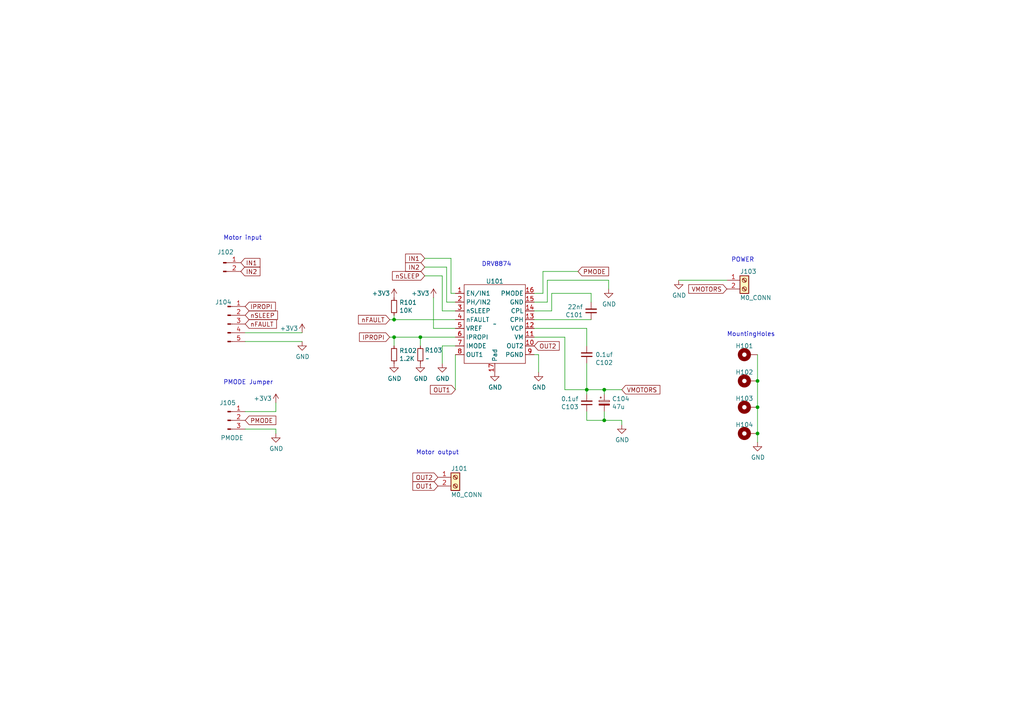
<source format=kicad_sch>
(kicad_sch (version 20230121) (generator eeschema)
  (paper "A4")
  (lib_symbols
    (symbol "Connector:Conn_01x02_Pin" (pin_names (offset 1.016) hide)
      (property "Reference" "J" (at 0 2.54 0))
      (property "Value" "Conn_01x02_Pin" (at 0 -5.08 0))
      (symbol "Conn_01x02_Pin_1_1"
        (polyline (pts (xy 1.27 -2.54) (xy 0.8636 -2.54)) (stroke (width 0.1524)))
        (polyline (pts (xy 1.27 0) (xy 0.8636 0)) (stroke (width 0.1524)))
        (rectangle (start 0.8636 -2.413) (end 0 -2.667) (stroke (width 0.1524)) (fill (type outline)))
        (rectangle (start 0.8636 0.127) (end 0 -0.127) (stroke (width 0.1524)) (fill (type outline)))
        (pin passive line (at 5.08 0 180) (length 3.81) (name "Pin_1") (number "1"))
        (pin passive line (at 5.08 -2.54 180) (length 3.81) (name "Pin_2") (number "2"))
      )
    )
    (symbol "Connector:Conn_01x03_Pin" (pin_names (offset 1.016) hide)
      (property "Reference" "J" (at 0 5.08 0))
      (property "Value" "Conn_01x03_Pin" (at 0 -5.08 0))
      (symbol "Conn_01x03_Pin_1_1"
        (polyline (pts (xy 1.27 -2.54) (xy 0.8636 -2.54)) (stroke (width 0.1524)))
        (polyline (pts (xy 1.27 0) (xy 0.8636 0)) (stroke (width 0.1524)))
        (polyline (pts (xy 1.27 2.54) (xy 0.8636 2.54)) (stroke (width 0.1524)))
        (rectangle (start 0.8636 -2.413) (end 0 -2.667) (stroke (width 0.1524)) (fill (type outline)))
        (rectangle (start 0.8636 0.127) (end 0 -0.127) (stroke (width 0.1524)) (fill (type outline)))
        (rectangle (start 0.8636 2.667) (end 0 2.413) (stroke (width 0.1524)) (fill (type outline)))
        (pin passive line (at 5.08 2.54 180) (length 3.81) (name "Pin_1") (number "1"))
        (pin passive line (at 5.08 0 180) (length 3.81) (name "Pin_2") (number "2"))
        (pin passive line (at 5.08 -2.54 180) (length 3.81) (name "Pin_3") (number "3"))
      )
    )
    (symbol "Connector:Conn_01x05_Pin" (pin_names (offset 1.016) hide)
      (property "Reference" "J" (at 0 7.62 0))
      (property "Value" "Conn_01x05_Pin" (at 0 -7.62 0))
      (symbol "Conn_01x05_Pin_1_1"
        (polyline (pts (xy 1.27 -5.08) (xy 0.8636 -5.08)) (stroke (width 0.1524)))
        (polyline (pts (xy 1.27 -2.54) (xy 0.8636 -2.54)) (stroke (width 0.1524)))
        (polyline (pts (xy 1.27 0) (xy 0.8636 0)) (stroke (width 0.1524)))
        (polyline (pts (xy 1.27 2.54) (xy 0.8636 2.54)) (stroke (width 0.1524)))
        (polyline (pts (xy 1.27 5.08) (xy 0.8636 5.08)) (stroke (width 0.1524)))
        (rectangle (start 0.8636 -4.953) (end 0 -5.207) (stroke (width 0.1524)) (fill (type outline)))
        (rectangle (start 0.8636 -2.413) (end 0 -2.667) (stroke (width 0.1524)) (fill (type outline)))
        (rectangle (start 0.8636 0.127) (end 0 -0.127) (stroke (width 0.1524)) (fill (type outline)))
        (rectangle (start 0.8636 2.667) (end 0 2.413) (stroke (width 0.1524)) (fill (type outline)))
        (rectangle (start 0.8636 5.207) (end 0 4.953) (stroke (width 0.1524)) (fill (type outline)))
        (pin passive line (at 5.08 5.08 180) (length 3.81) (name "Pin_1") (number "1"))
        (pin passive line (at 5.08 2.54 180) (length 3.81) (name "Pin_2") (number "2"))
        (pin passive line (at 5.08 0 180) (length 3.81) (name "Pin_3") (number "3"))
        (pin passive line (at 5.08 -2.54 180) (length 3.81) (name "Pin_4") (number "4"))
        (pin passive line (at 5.08 -5.08 180) (length 3.81) (name "Pin_5") (number "5"))
      )
    )
    (symbol "Connector:Screw_Terminal_01x02" (pin_names (offset 1.016) hide)
      (property "Reference" "J" (at 0 2.54 0))
      (property "Value" "Screw_Terminal_01x02" (at 0 -5.08 0))
      (symbol "Screw_Terminal_01x02_1_1"
        (rectangle (start -1.27 1.27) (end 1.27 -3.81) (stroke (width 0.254)) (fill (type background)))
        (circle (center 0 -2.54) (radius 0.635) (stroke (width 0.1524)))
        (polyline (pts (xy -0.5334 -2.2098) (xy 0.3302 -3.048)) (stroke (width 0.1524)))
        (polyline (pts (xy -0.5334 0.3302) (xy 0.3302 -0.508)) (stroke (width 0.1524)))
        (polyline (pts (xy -0.3556 -2.032) (xy 0.508 -2.8702)) (stroke (width 0.1524)))
        (polyline (pts (xy -0.3556 0.508) (xy 0.508 -0.3302)) (stroke (width 0.1524)))
        (circle (center 0 0) (radius 0.635) (stroke (width 0.1524)))
        (pin passive line (at -5.08 0 0) (length 3.81) (name "Pin_1") (number "1"))
        (pin passive line (at -5.08 -2.54 0) (length 3.81) (name "Pin_2") (number "2"))
      )
    )
    (symbol "Device:C_Small" (pin_numbers hide) (pin_names (offset 0.254) hide)
      (property "Reference" "C" (at 0.254 1.778 0))
      (property "Value" "C_Small" (at 0.254 -2.032 0))
      (symbol "C_Small_0_1"
        (polyline (pts (xy -1.524 -0.508) (xy 1.524 -0.508)) (stroke (width 0.3302)))
        (polyline (pts (xy -1.524 0.508) (xy 1.524 0.508)) (stroke (width 0.3048)))
      )
      (symbol "C_Small_1_1"
        (pin passive line (at 0 2.54 270) (length 2.032) (name "~") (number "1"))
        (pin passive line (at 0 -2.54 90) (length 2.032) (name "~") (number "2"))
      )
    )
    (symbol "Device:R_Small" (pin_numbers hide) (pin_names (offset 0.254) hide)
      (property "Reference" "R" (at 0.762 0.508 0))
      (property "Value" "R_Small" (at 0.762 -1.016 0))
      (symbol "R_Small_0_1"
        (rectangle (start -0.762 1.778) (end 0.762 -1.778) (stroke (width 0.2032)))
      )
      (symbol "R_Small_1_1"
        (pin passive line (at 0 2.54 270) (length 0.762) (name "~") (number "1"))
        (pin passive line (at 0 -2.54 90) (length 0.762) (name "~") (number "2"))
      )
    )
    (symbol "Mechanical:MountingHole_Pad" (pin_numbers hide) (pin_names (offset 1.016) hide)
      (property "Reference" "H" (at 0 6.35 0))
      (property "Value" "MountingHole_Pad" (at 0 4.445 0))
      (symbol "MountingHole_Pad_0_1"
        (circle (center 0 1.27) (radius 1.27) (stroke (width 1.27)))
      )
      (symbol "MountingHole_Pad_1_1"
        (pin input line (at 0 -2.54 90) (length 2.54) (name "1") (number "1"))
      )
    )
    (symbol "VsReality_Symbols:DRV8874"
      (property "Reference" "U101" (at 0 12.3919 0))
      (property "Value" "~" (at 0 0 0))
      (symbol "DRV8874_0_1"
        (rectangle (start -8.89 11.43) (end 8.89 -11.43))
      )
      (symbol "DRV8874_1_1"
        (pin input line (at -11.43 8.89 0) (length 2.54) (name "EN/IN1") (number "1"))
        (pin output line (at 11.43 -6.35 180) (length 2.54) (name "OUT2") (number "10"))
        (pin input line (at 11.43 -3.81 180) (length 2.54) (name "VM") (number "11"))
        (pin input line (at 11.43 -1.27 180) (length 2.54) (name "VCP") (number "12"))
        (pin input line (at 11.43 1.27 180) (length 2.54) (name "CPH") (number "13"))
        (pin input line (at 11.43 3.81 180) (length 2.54) (name "CPL") (number "14"))
        (pin output line (at 11.43 6.35 180) (length 2.54) (name "GND") (number "15"))
        (pin input line (at 11.43 8.89 180) (length 2.54) (name "PMODE") (number "16"))
        (pin input line (at 0 -13.97 90) (length 2.54) (name "Pad") (number "17"))
        (pin input line (at -11.43 6.35 0) (length 2.54) (name "PH/IN2") (number "2"))
        (pin input line (at -11.43 3.81 0) (length 2.54) (name "nSLEEP") (number "3"))
        (pin output line (at -11.43 1.27 0) (length 2.54) (name "nFAULT") (number "4"))
        (pin input line (at -11.43 -1.27 0) (length 2.54) (name "VREF") (number "5"))
        (pin output line (at -11.43 -3.81 0) (length 2.54) (name "IPROPI") (number "6"))
        (pin input line (at -11.43 -6.35 0) (length 2.54) (name "IMODE") (number "7"))
        (pin input line (at -11.43 -8.89 0) (length 2.54) (name "OUT1") (number "8"))
        (pin output line (at 11.43 -8.89 180) (length 2.54) (name "PGND") (number "9"))
      )
    )
    (symbol "power:GND" (power) (pin_names (offset 0))
      (property "Value" "GND" (at 0 -3.81 0))
      (symbol "GND_0_1"
        (polyline (pts (xy 0 0) (xy 0 -1.27) (xy 1.27 -1.27) (xy 0 -2.54) (xy -1.27 -1.27) (xy 0 -1.27)))
      )
      (symbol "GND_1_1"
        (pin power_in line (at 0 0 270) (length 0) hide (name "GND") (number "1"))
      )
    )
    (symbol "smart_motor_controller-rescue:+3.3V-power" (power) (pin_names (offset 0))
      (property "Value" "+3.3V-power" (at 0 3.556 0))
      (symbol "+3.3V-power_0_1"
        (polyline (pts (xy -0.762 1.27) (xy 0 2.54)))
        (polyline (pts (xy 0 0) (xy 0 2.54)))
        (polyline (pts (xy 0 2.54) (xy 0.762 1.27)))
      )
      (symbol "+3.3V-power_1_1"
        (pin power_in line (at 0 0 90) (length 0) hide (name "+3V3") (number "1"))
      )
    )
    (symbol "smart_motor_controller-rescue:CP_Small-Device" (pin_numbers hide) (pin_names (offset 0.254) hide)
      (property "Reference" "C" (at 0.254 1.778 0))
      (property "Value" "Device_CP_Small" (at 0.254 -2.032 0))
      (symbol "CP_Small-Device_0_1"
        (rectangle (start -1.524 -0.3048) (end 1.524 -0.6858) (fill (type outline)))
        (rectangle (start -1.524 0.6858) (end 1.524 0.3048))
        (polyline (pts (xy -1.27 1.524) (xy -0.762 1.524)))
        (polyline (pts (xy -1.016 1.27) (xy -1.016 1.778)))
      )
      (symbol "CP_Small-Device_1_1"
        (pin passive line (at 0 2.54 270) (length 1.8542) (name "~") (number "1"))
        (pin passive line (at 0 -2.54 90) (length 1.8542) (name "~") (number "2"))
      )
    )
  )
  (junction (at 114.3 97.79))
  (junction (at 175.26 113.03))
  (junction (at 170.18 113.03))
  (junction (at 121.92 97.79))
  (junction (at 219.71 125.73))
  (junction (at 114.3 92.71))
  (junction (at 175.26 121.92))
  (junction (at 219.71 110.49))
  (junction (at 219.71 118.11))
  (wire (pts (xy 123.19 77.47) (xy 129.54 77.47)))
  (wire (pts (xy 154.94 92.71) (xy 171.45 92.71)))
  (wire (pts (xy 170.18 95.25) (xy 170.18 100.33)))
  (wire (pts (xy 160.02 85.09) (xy 171.45 85.09)))
  (wire (pts (xy 170.18 121.92) (xy 170.18 119.38)))
  (wire (pts (xy 154.94 95.25) (xy 170.18 95.25)))
  (wire (pts (xy 113.03 97.79) (xy 114.3 97.79)))
  (wire (pts (xy 175.26 113.03) (xy 175.26 114.3)))
  (wire (pts (xy 132.08 100.33) (xy 128.27 100.33)))
  (wire (pts (xy 71.12 124.46) (xy 80.01 124.46)))
  (wire (pts (xy 160.02 90.17) (xy 160.02 85.09)))
  (wire (pts (xy 130.81 74.93) (xy 130.81 85.09)))
  (wire (pts (xy 71.12 96.52) (xy 87.63 96.52)))
  (wire (pts (xy 154.94 87.63) (xy 158.75 87.63)))
  (wire (pts (xy 125.73 86.36) (xy 125.73 95.25)))
  (wire (pts (xy 154.94 90.17) (xy 160.02 90.17)))
  (wire (pts (xy 128.27 90.17) (xy 132.08 90.17)))
  (wire (pts (xy 219.71 125.73) (xy 219.71 128.27)))
  (wire (pts (xy 80.01 116.84) (xy 80.01 119.38)))
  (wire (pts (xy 219.71 110.49) (xy 219.71 118.11)))
  (wire (pts (xy 167.64 78.74) (xy 157.48 78.74)))
  (wire (pts (xy 158.75 87.63) (xy 158.75 81.28)))
  (wire (pts (xy 219.71 118.11) (xy 219.71 125.73)))
  (wire (pts (xy 163.83 113.03) (xy 163.83 97.79)))
  (wire (pts (xy 163.83 97.79) (xy 154.94 97.79)))
  (wire (pts (xy 154.94 102.87) (xy 156.21 102.87)))
  (wire (pts (xy 130.81 85.09) (xy 132.08 85.09)))
  (wire (pts (xy 170.18 105.41) (xy 170.18 113.03)))
  (wire (pts (xy 158.75 81.28) (xy 176.53 81.28)))
  (wire (pts (xy 71.12 99.06) (xy 87.63 99.06)))
  (wire (pts (xy 80.01 124.46) (xy 80.01 125.73)))
  (wire (pts (xy 156.21 102.87) (xy 156.21 107.95)))
  (wire (pts (xy 123.19 80.01) (xy 128.27 80.01)))
  (wire (pts (xy 175.26 119.38) (xy 175.26 121.92)))
  (wire (pts (xy 132.08 95.25) (xy 125.73 95.25)))
  (wire (pts (xy 132.08 102.87) (xy 132.08 113.03)))
  (wire (pts (xy 157.48 85.09) (xy 154.94 85.09)))
  (wire (pts (xy 163.83 113.03) (xy 170.18 113.03)))
  (wire (pts (xy 219.71 102.87) (xy 219.71 110.49)))
  (wire (pts (xy 121.92 97.79) (xy 132.08 97.79)))
  (wire (pts (xy 170.18 113.03) (xy 175.26 113.03)))
  (wire (pts (xy 128.27 80.01) (xy 128.27 90.17)))
  (wire (pts (xy 175.26 113.03) (xy 180.34 113.03)))
  (wire (pts (xy 170.18 121.92) (xy 175.26 121.92)))
  (wire (pts (xy 114.3 97.79) (xy 114.3 100.33)))
  (wire (pts (xy 80.01 119.38) (xy 71.12 119.38)))
  (wire (pts (xy 196.85 81.28) (xy 210.82 81.28)))
  (wire (pts (xy 113.03 92.71) (xy 114.3 92.71)))
  (wire (pts (xy 128.27 100.33) (xy 128.27 105.41)))
  (wire (pts (xy 114.3 91.44) (xy 114.3 92.71)))
  (wire (pts (xy 121.92 97.79) (xy 121.92 100.33)))
  (wire (pts (xy 114.3 92.71) (xy 132.08 92.71)))
  (wire (pts (xy 175.26 121.92) (xy 180.34 121.92)))
  (wire (pts (xy 129.54 87.63) (xy 132.08 87.63)))
  (wire (pts (xy 176.53 81.28) (xy 176.53 83.82)))
  (wire (pts (xy 170.18 113.03) (xy 170.18 114.3)))
  (wire (pts (xy 114.3 97.79) (xy 121.92 97.79)))
  (wire (pts (xy 157.48 78.74) (xy 157.48 85.09)))
  (wire (pts (xy 180.34 121.92) (xy 180.34 123.19)))
  (wire (pts (xy 123.19 74.93) (xy 130.81 74.93)))
  (wire (pts (xy 129.54 77.47) (xy 129.54 87.63)))
  (wire (pts (xy 171.45 85.09) (xy 171.45 87.63)))
  (text "Motor output" (at 120.65 132.08 0) (effects (font (size 1.27 1.27)) (justify left bottom)))
  (text "DRV8874" (at 139.7 77.47 0) (effects (font (size 1.27 1.27)) (justify left bottom)))
  (text "MountingHoles" (at 210.82 97.79 0) (effects (font (size 1.27 1.27)) (justify left bottom)))
  (text "POWER" (at 212.09 76.2 0) (effects (font (size 1.27 1.27)) (justify left bottom)))
  (text "Motor input" (at 64.77 69.85 0) (effects (font (size 1.27 1.27)) (justify left bottom)))
  (text "PMODE Jumper" (at 64.77 111.76 0) (effects (font (size 1.27 1.27)) (justify left bottom)))
  (global_label "IN1" (shape input) (at 123.19 74.93 180) (property "Intersheetrefs" "${INTERSHEET_REFS}" (effects hide)))
  (global_label "OUT2" (shape input) (at 127 138.43 180) (property "Intersheetrefs" "${INTERSHEET_REFS}" (effects hide)))
  (global_label "PMODE" (shape input) (at 167.64 78.74 0) (property "Intersheetrefs" "${INTERSHEET_REFS}" (effects hide)))
  (global_label "IN1" (shape input) (at 69.85 76.2 0) (property "Intersheetrefs" "${INTERSHEET_REFS}" (effects hide)))
  (global_label "nFAULT" (shape input) (at 71.12 93.98 0) (property "Intersheetrefs" "${INTERSHEET_REFS}" (effects hide)))
  (global_label "IN2" (shape input) (at 123.19 77.47 180) (property "Intersheetrefs" "${INTERSHEET_REFS}" (effects hide)))
  (global_label "OUT1" (shape input) (at 127 140.97 180) (property "Intersheetrefs" "${INTERSHEET_REFS}" (effects hide)))
  (global_label "nFAULT" (shape input) (at 113.03 92.71 180) (property "Intersheetrefs" "${INTERSHEET_REFS}" (effects hide)))
  (global_label "OUT1" (shape input) (at 132.08 113.03 180) (property "Intersheetrefs" "${INTERSHEET_REFS}" (effects hide)))
  (global_label "VMOTORS" (shape input) (at 210.82 83.82 180) (property "Intersheetrefs" "${INTERSHEET_REFS}" (effects hide)))
  (global_label "IPROPI" (shape input) (at 113.03 97.79 180) (property "Intersheetrefs" "${INTERSHEET_REFS}" (effects hide)))
  (global_label "nSLEEP" (shape input) (at 123.19 80.01 180) (property "Intersheetrefs" "${INTERSHEET_REFS}" (effects hide)))
  (global_label "IPROPI" (shape input) (at 71.12 88.9 0) (property "Intersheetrefs" "${INTERSHEET_REFS}" (effects hide)))
  (global_label "VMOTORS" (shape input) (at 180.34 113.03 0) (property "Intersheetrefs" "${INTERSHEET_REFS}" (effects hide)))
  (global_label "OUT2" (shape input) (at 154.94 100.33 0) (property "Intersheetrefs" "${INTERSHEET_REFS}" (effects hide)))
  (global_label "PMODE" (shape input) (at 71.12 121.92 0) (property "Intersheetrefs" "${INTERSHEET_REFS}" (effects hide)))
  (global_label "nSLEEP" (shape input) (at 71.12 91.44 0) (property "Intersheetrefs" "${INTERSHEET_REFS}" (effects hide)))
  (global_label "IN2" (shape input) (at 69.85 78.74 0) (property "Intersheetrefs" "${INTERSHEET_REFS}" (effects hide)))
  (symbol (lib_id "power:GND") (at 143.51 107.95 0) (unit 1)
    (property "Reference" "#PWR0110" (effects hide))
    (property "Value" "GND" (at 143.637 112.3442 0))
  )
  (symbol (lib_id "power:GND") (at 156.21 107.95 0) (unit 1)
    (property "Reference" "#PWR0107" (effects hide))
    (property "Value" "GND" (at 156.337 112.3442 0))
  )
  (symbol (lib_id "Mechanical:MountingHole_Pad") (at 217.17 102.87 90) (unit 1)
    (property "Reference" "H101" (at 215.9 100.33 90))
    (property "Value" "MountingHole" (effects hide))
    (property "Footprint" "MountingHole:MountingHole_3.2mm_M3_DIN965_Pad" (effects hide))
    (property "LCSC Part #" "No need" (effects hide))
  )
  (symbol (lib_id "Device:R_Small") (at 114.3 102.87 0) (unit 1)
    (property "Reference" "R102" (at 115.7986 101.7016 0) (effects (justify left)))
    (property "Value" "1.2K" (at 115.7986 104.013 0) (effects (justify left)))
    (property "Footprint" "Resistor_SMD:R_0603_1608Metric" (effects hide))
    (property "LCSC Part #" "C114605" (effects hide))
  )
  (symbol (lib_id "power:GND") (at 219.71 128.27 0) (unit 1)
    (property "Reference" "#PWR0112" (effects hide))
    (property "Value" "GND" (at 219.837 132.6642 0))
  )
  (symbol (lib_id "Connector:Conn_01x02_Pin") (at 64.77 76.2 0) (unit 1)
    (property "Reference" "J102" (at 65.405 73.1139 0))
    (property "Value" "Conn_01x02_Pin" (effects hide))
    (property "Footprint" "Connector_PinHeader_2.54mm:PinHeader_1x02_P2.54mm_Vertical" (effects hide))
    (property "LCSC Part #" "In stock" (effects hide))
  )
  (symbol (lib_id "smart_motor_controller-rescue:+3.3V-power") (at 80.01 116.84 0) (unit 1)
    (property "Reference" "#PWR0113" (effects hide))
    (property "Value" "+3.3V" (at 76.2 115.57 0))
  )
  (symbol (lib_id "power:GND") (at 128.27 105.41 0) (unit 1)
    (property "Reference" "#PWR0106" (effects hide))
    (property "Value" "GND" (at 128.397 109.8042 0))
  )
  (symbol (lib_id "power:GND") (at 87.63 99.06 0) (unit 1)
    (property "Reference" "#PWR0101" (effects hide))
    (property "Value" "GND" (at 87.757 103.4542 0))
  )
  (symbol (lib_id "Connector:Conn_01x05_Pin") (at 66.04 93.98 0) (unit 1)
    (property "Reference" "J104" (at 64.77 87.63 0))
    (property "Value" "Conn_01x06_Pin" (effects hide))
    (property "Footprint" "Connector_PinHeader_2.54mm:PinHeader_1x05_P2.54mm_Vertical" (effects hide))
    (property "LCSC Part #" "In stock" (effects hide))
  )
  (symbol (lib_id "power:GND") (at 176.53 83.82 0) (unit 1)
    (property "Reference" "#PWR0102" (effects hide))
    (property "Value" "GND" (at 176.657 88.2142 0))
  )
  (symbol (lib_id "power:GND") (at 114.3 105.41 0) (unit 1)
    (property "Reference" "#PWR0105" (effects hide))
    (property "Value" "GND" (at 114.427 109.8042 0))
  )
  (symbol (lib_id "power:GND") (at 80.01 125.73 0) (unit 1)
    (property "Reference" "#PWR0114" (effects hide))
    (property "Value" "GND" (at 80.137 130.1242 0))
  )
  (symbol (lib_id "smart_motor_controller-rescue:+3.3V-power") (at 125.73 86.36 0) (unit 1)
    (property "Reference" "#PWR0104" (effects hide))
    (property "Value" "+3.3V" (at 121.92 85.09 0))
  )
  (symbol (lib_id "VsReality_Symbols:DRV8874") (at 143.51 93.98 0) (unit 1)
    (property "Reference" "U101" (at 143.51 81.5881 0))
    (property "Value" "~" (at 143.51 93.98 0))
    (property "Footprint" "Package_SO:HTSSOP-16-1EP_4.4x5mm_P0.65mm_EP3.4x5mm_Mask2.46x2.31mm_ThermalVias" (effects hide))
    (property "LCSC Part #" "C1855818" (effects hide))
  )
  (symbol (lib_id "Device:R_Small") (at 114.3 88.9 0) (unit 1)
    (property "Reference" "R101" (at 115.7986 87.7316 0) (effects (justify left)))
    (property "Value" "10K" (at 115.7986 90.043 0) (effects (justify left)))
    (property "Footprint" "Resistor_SMD:R_0603_1608Metric" (effects hide))
    (property "LCSC Part #" "C116677" (effects hide))
  )
  (symbol (lib_id "Mechanical:MountingHole_Pad") (at 217.17 125.73 90) (unit 1)
    (property "Reference" "H104" (at 215.9 123.19 90))
    (property "Value" "MountingHole" (effects hide))
    (property "Footprint" "MountingHole:MountingHole_3.2mm_M3_DIN965_Pad" (effects hide))
    (property "LCSC Part #" "No need" (effects hide))
  )
  (symbol (lib_id "smart_motor_controller-rescue:+3.3V-power") (at 114.3 86.36 0) (unit 1)
    (property "Reference" "#PWR0103" (effects hide))
    (property "Value" "+3.3V" (at 110.49 85.09 0))
  )
  (symbol (lib_id "power:GND") (at 196.85 81.28 0) (unit 1)
    (property "Reference" "#PWR0109" (effects hide))
    (property "Value" "GND" (at 196.977 85.6742 0))
  )
  (symbol (lib_id "Connector:Screw_Terminal_01x02") (at 215.9 81.28 0) (unit 1)
    (property "Reference" "J103" (at 214.63 78.74 0) (effects (justify left)))
    (property "Value" "M0_CONN" (at 214.63 86.36 0) (effects (justify left)))
    (property "Footprint" "VsReality_Footprints:Ningbo_Kangnex_Elec_WJ128V_5_0_2P" (effects hide))
    (property "LCSC Part #" "C8269" (effects hide))
  )
  (symbol (lib_id "Device:C_Small") (at 171.45 90.17 180) (unit 1)
    (property "Reference" "C101" (at 169.1132 91.3384 0) (effects (justify left)))
    (property "Value" "22nf" (at 169.1132 89.027 0) (effects (justify left)))
    (property "Footprint" "Capacitor_SMD:C_0603_1608Metric" (effects hide))
    (property "LCSC Part #" "C277528" (effects hide))
  )
  (symbol (lib_id "smart_motor_controller-rescue:CP_Small-Device") (at 175.26 116.84 0) (unit 1)
    (property "Reference" "C104" (at 177.4952 115.6716 0) (effects (justify left)))
    (property "Value" "47u" (at 177.4952 117.983 0) (effects (justify left)))
    (property "Footprint" "Capacitor_THT:CP_Radial_D5.0mm_P2.00mm" (effects hide))
    (property "LCSC Part #" "In stock" (effects hide))
  )
  (symbol (lib_id "Mechanical:MountingHole_Pad") (at 217.17 110.49 90) (unit 1)
    (property "Reference" "H102" (at 215.9 107.95 90))
    (property "Value" "MountingHole" (effects hide))
    (property "Footprint" "MountingHole:MountingHole_3.2mm_M3_DIN965_Pad" (effects hide))
    (property "LCSC Part #" "No need" (effects hide))
  )
  (symbol (lib_id "Connector:Screw_Terminal_01x02") (at 132.08 138.43 0) (unit 1)
    (property "Reference" "J101" (at 130.81 135.89 0) (effects (justify left)))
    (property "Value" "M0_CONN" (at 130.81 143.51 0) (effects (justify left)))
    (property "Footprint" "VsReality_Footprints:Ningbo_Kangnex_Elec_WJ128V_5_0_2P" (effects hide))
    (property "LCSC Part #" "C8269" (effects hide))
  )
  (symbol (lib_id "power:GND") (at 121.92 105.41 0) (unit 1)
    (property "Reference" "#PWR0115" (effects hide))
    (property "Value" "GND" (at 122.047 109.8042 0))
  )
  (symbol (lib_id "Device:C_Small") (at 170.18 116.84 180) (unit 1)
    (property "Reference" "C103" (at 167.8432 118.0084 0) (effects (justify left)))
    (property "Value" "0.1uf" (at 167.8432 115.697 0) (effects (justify left)))
    (property "Footprint" "Capacitor_SMD:C_0603_1608Metric" (effects hide))
    (property "LCSC Part #" "C14663" (effects hide))
  )
  (symbol (lib_id "Device:R_Small") (at 121.92 102.87 0) (unit 1)
    (property "Reference" "R103" (at 123.19 101.6 0) (effects (justify left)))
    (property "Value" "~" (at 123.4186 104.013 0) (effects (justify left)))
    (property "Footprint" "Resistor_THT:R_Axial_DIN0204_L3.6mm_D1.6mm_P5.08mm_Horizontal" (effects hide))
    (property "LCSC Part #" "C114605" (effects hide))
  )
  (symbol (lib_id "smart_motor_controller-rescue:+3.3V-power") (at 87.63 96.52 0) (unit 1)
    (property "Reference" "#PWR0111" (effects hide))
    (property "Value" "+3.3V" (at 83.82 95.25 0))
  )
  (symbol (lib_id "Connector:Conn_01x03_Pin") (at 66.04 121.92 0) (unit 1)
    (property "Reference" "J105" (at 66.04 116.84 0))
    (property "Value" "PMODE" (at 67.31 127 0))
    (property "Footprint" "Connector_PinHeader_2.54mm:PinHeader_1x03_P2.54mm_Vertical" (effects hide))
    (property "LCSC Part #" "In stock" (effects hide))
  )
  (symbol (lib_id "Mechanical:MountingHole_Pad") (at 217.17 118.11 90) (unit 1)
    (property "Reference" "H103" (at 215.9 115.57 90))
    (property "Value" "MountingHole" (effects hide))
    (property "Footprint" "MountingHole:MountingHole_3.2mm_M3_DIN965_Pad" (effects hide))
    (property "LCSC Part #" "No need" (effects hide))
  )
  (symbol (lib_id "power:GND") (at 180.34 123.19 0) (unit 1)
    (property "Reference" "#PWR0108" (effects hide))
    (property "Value" "GND" (at 180.467 127.5842 0))
  )
  (symbol (lib_id "Device:C_Small") (at 170.18 102.87 180) (unit 1)
    (property "Reference" "C102" (at 177.8 105.1814 0) (effects (justify left)))
    (property "Value" "0.1uf" (at 177.8 102.87 0) (effects (justify left)))
    (property "Footprint" "Capacitor_SMD:C_0603_1608Metric" (effects hide))
    (property "LCSC Part #" "C14663" (effects hide))
  )
)
</source>
